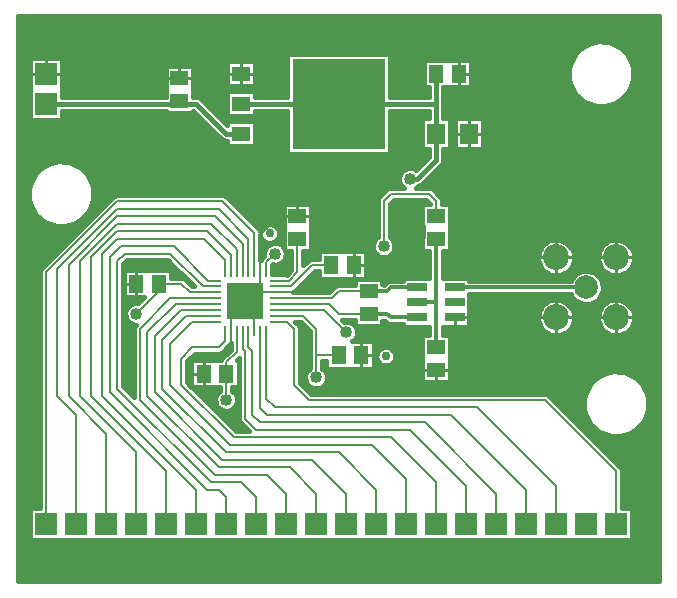
<source format=gbr>
G04 DipTrace 2.3.1.0*
%INTop.gbr*%
%MOIN*%
%ADD14C,0.015*%
%ADD15C,0.008*%
%ADD16C,0.013*%
%ADD17C,0.01*%
%ADD18R,0.0591X0.0512*%
%ADD19R,0.0512X0.0591*%
%ADD20R,0.063X0.0709*%
%ADD22R,0.075X0.075*%
%ADD23C,0.0787*%
%ADD24C,0.0866*%
%ADD25C,0.03*%
%ADD27R,0.065X0.0299*%
%ADD29O,0.038X0.008*%
%ADD30O,0.008X0.038*%
%ADD31R,0.122X0.122*%
%ADD32R,0.06X0.05*%
%ADD33R,0.31X0.3*%
%ADD34C,0.0591*%
%ADD35C,0.04*%
%FSLAX44Y44*%
G04*
G70*
G90*
G75*
G01*
%LNTop*%
%LPD*%
X27000Y17937D2*
D14*
X27250D1*
X27875Y18562D1*
Y19437D1*
Y20437D1*
Y21437D1*
X24625Y20437D2*
X27875D1*
X21375D2*
X24625D1*
X22504Y14149D2*
D15*
X21815D1*
X21520Y13854D1*
X22012Y14838D2*
Y14346D1*
X21520Y13854D1*
X21815Y12870D2*
Y13559D1*
X21520Y13854D1*
X21028Y12870D2*
Y13362D1*
X21520Y13854D1*
X22012Y14838D2*
Y16075D1*
X22375Y16437D1*
X22504Y14149D2*
X24087D1*
X24375Y14437D1*
X24875D1*
X21028Y12870D2*
Y12340D1*
X20625Y11937D1*
X20250D1*
X20125Y11812D1*
Y11439D1*
X20126Y11437D1*
X22504Y13165D2*
X22896D1*
X23125Y12937D1*
Y11062D1*
X23625Y10562D1*
X31500D1*
X33875Y8187D1*
Y6437D1*
X22209Y14838D2*
Y15146D1*
X22500Y15437D1*
X22210Y12874D2*
Y10602D1*
X22500Y10312D1*
X29250D1*
X31875Y7687D1*
Y6437D1*
X22012Y12870D2*
Y10300D1*
X22250Y10062D1*
X28375D1*
X30875Y7562D1*
Y6437D1*
X21618Y12870D2*
Y12318D1*
X21750Y12187D1*
Y10062D1*
X22000Y9812D1*
X27500D1*
X29875Y7437D1*
Y6437D1*
X21421Y12870D2*
Y12265D1*
X21500Y12187D1*
Y9937D1*
X21875Y9562D1*
X27000D1*
X28875Y7687D1*
Y6437D1*
X20831Y12870D2*
Y12518D1*
X20625Y12312D1*
X19750D1*
X19375Y11937D1*
Y11062D1*
X21125Y9312D1*
X26375D1*
X27875Y7812D1*
Y6437D1*
X20536Y13165D2*
X19728D1*
X19000Y12437D1*
Y11062D1*
X21000Y9062D1*
X25750D1*
X26875Y7937D1*
Y6437D1*
X20536Y13362D2*
X19550D1*
X18750Y12562D1*
Y10937D1*
X20875Y8812D1*
X24625D1*
X25875Y7562D1*
Y6437D1*
X24875D2*
Y7437D1*
X23750Y8562D1*
X20750D1*
X18500Y10812D1*
Y12687D1*
X19371Y13559D1*
X20536D1*
Y13756D2*
X19193D1*
X18250Y12812D1*
Y10687D1*
X20625Y8312D1*
X23000D1*
X23875Y7437D1*
Y6437D1*
X20536Y13953D2*
X19015D1*
X18000Y12937D1*
Y10562D1*
X20500Y8062D1*
X22250D1*
X22875Y7437D1*
Y6437D1*
X20536Y14346D2*
X20090D1*
X19000Y15437D1*
X17500D1*
X17250Y15187D1*
Y10937D1*
X20375Y7812D1*
X21375D1*
X21875Y7312D1*
Y6437D1*
X20540Y14544D2*
X20267D1*
X19125Y15687D1*
X17375D1*
X17000Y15312D1*
Y10812D1*
X20250Y7562D1*
X20625D1*
X20875Y7312D1*
Y6437D1*
X20830Y14834D2*
Y15232D1*
X20125Y15937D1*
X17250D1*
X16750Y15437D1*
Y10687D1*
X19875Y7562D1*
Y6437D1*
X21028Y14838D2*
Y15409D1*
X20250Y16187D1*
X17250D1*
X16375Y15312D1*
Y10687D1*
X18875Y8187D1*
Y6437D1*
X21225Y14838D2*
Y15587D1*
X20375Y16437D1*
X17250D1*
X16000Y15187D1*
Y10687D1*
X17875Y8812D1*
Y6437D1*
X21421Y14838D2*
Y15765D1*
X20500Y16687D1*
X17250D1*
X15625Y15062D1*
Y10687D1*
X16875Y9437D1*
Y6437D1*
X21618Y14838D2*
Y15943D1*
X20625Y16937D1*
X17250D1*
X15250Y14937D1*
Y10687D1*
X15875Y10062D1*
Y6437D1*
X21815Y14838D2*
Y16121D1*
X20750Y17187D1*
X17250D1*
X14875Y14812D1*
Y6437D1*
Y20437D2*
D14*
X19212D1*
X19318Y20543D1*
X21375Y19437D2*
X20875D1*
X19875Y20437D1*
X19318D1*
Y20543D1*
X20536Y14149D2*
D15*
X19662D1*
X19375Y14437D1*
X18622D1*
X17875Y13437D2*
X18875Y14437D1*
X18622D1*
X21225Y12870D2*
Y12162D1*
X20875Y11812D1*
Y11437D1*
Y10562D2*
Y11437D1*
X22504Y13362D2*
X23450D1*
X23875Y12937D1*
Y12062D1*
X24625D1*
X23875Y11312D2*
Y12062D1*
X22504Y14543D2*
X22981D1*
X23250Y14812D1*
Y15937D1*
Y15938D1*
X22504Y14346D2*
X23034D1*
X23750Y15062D1*
X24375D1*
X22504Y13953D2*
X24390D1*
X24625Y14187D1*
X25623D1*
X25625Y14185D1*
D16*
X26248D1*
X26375Y14312D1*
X27248D1*
Y13812D2*
X27875D1*
Y15937D1*
Y12312D2*
Y13812D1*
Y16685D2*
D15*
Y17187D1*
X27625Y17437D1*
X26375D1*
X26125Y17187D1*
Y15687D1*
X24875Y12812D2*
X24128Y13559D1*
X22504D1*
X28500Y14312D2*
D16*
X32875D1*
X22504Y13756D2*
D15*
X24306D1*
X24625Y13437D1*
X25625D1*
D16*
X26250D1*
X26375Y13312D1*
X27248D1*
D35*
X27000Y17937D3*
X22500Y15437D3*
X17875Y13437D3*
X20875Y10562D3*
X23875Y11312D3*
X26125Y15687D3*
X24875Y12812D3*
X13965Y23213D2*
D14*
X35285D1*
X13965Y23065D2*
X35285D1*
X13965Y22916D2*
X35285D1*
X13965Y22767D2*
X35285D1*
X13965Y22619D2*
X35285D1*
X13965Y22470D2*
X33058D1*
X33691D2*
X35285D1*
X13965Y22321D2*
X32747D1*
X34002D2*
X35285D1*
X13965Y22173D2*
X32573D1*
X34176D2*
X35285D1*
X13965Y22024D2*
X22898D1*
X26350D2*
X32458D1*
X34291D2*
X35285D1*
X13965Y21875D2*
X14325D1*
X15426D2*
X22898D1*
X26350D2*
X27443D1*
X29055D2*
X32376D1*
X34373D2*
X35285D1*
X13965Y21726D2*
X14325D1*
X15426D2*
X20899D1*
X21850D2*
X22898D1*
X26350D2*
X27443D1*
X29055D2*
X32322D1*
X34427D2*
X35285D1*
X13965Y21578D2*
X14325D1*
X15426D2*
X18848D1*
X19790D2*
X20899D1*
X21850D2*
X22898D1*
X26350D2*
X27443D1*
X29055D2*
X32292D1*
X34457D2*
X35285D1*
X13965Y21429D2*
X14325D1*
X15426D2*
X18848D1*
X19790D2*
X20899D1*
X21850D2*
X22898D1*
X26350D2*
X27443D1*
X29055D2*
X32283D1*
X34466D2*
X35285D1*
X13965Y21280D2*
X14325D1*
X15426D2*
X18848D1*
X19790D2*
X20899D1*
X21850D2*
X22898D1*
X26350D2*
X27443D1*
X29055D2*
X32294D1*
X34455D2*
X35285D1*
X13965Y21132D2*
X14325D1*
X15426D2*
X18848D1*
X19790D2*
X20899D1*
X21850D2*
X22898D1*
X26350D2*
X27443D1*
X29055D2*
X32327D1*
X34422D2*
X35285D1*
X13965Y20983D2*
X14325D1*
X15426D2*
X18848D1*
X19790D2*
X22898D1*
X26350D2*
X27443D1*
X29055D2*
X32383D1*
X34366D2*
X35285D1*
X13965Y20834D2*
X14325D1*
X15426D2*
X18848D1*
X19790D2*
X20899D1*
X21850D2*
X22898D1*
X26350D2*
X27623D1*
X28124D2*
X32468D1*
X34281D2*
X35285D1*
X13965Y20686D2*
X14325D1*
X15426D2*
X18848D1*
X19790D2*
X20899D1*
X21850D2*
X22898D1*
X26350D2*
X27623D1*
X28124D2*
X32590D1*
X34159D2*
X35285D1*
X13965Y20537D2*
X14325D1*
X20123D2*
X20899D1*
X28124D2*
X32770D1*
X33979D2*
X35285D1*
X13965Y20388D2*
X14325D1*
X20273D2*
X20899D1*
X28124D2*
X33117D1*
X33632D2*
X35285D1*
X13965Y20240D2*
X14325D1*
X20420D2*
X20899D1*
X28124D2*
X35285D1*
X13965Y20091D2*
X14325D1*
X15426D2*
X19872D1*
X20570D2*
X20899D1*
X21850D2*
X22898D1*
X26350D2*
X27623D1*
X28124D2*
X35285D1*
X13965Y19942D2*
X14325D1*
X15426D2*
X20020D1*
X20718D2*
X22898D1*
X26350D2*
X27384D1*
X28366D2*
X28486D1*
X29467D2*
X35285D1*
X13965Y19794D2*
X20170D1*
X21850D2*
X22898D1*
X26350D2*
X27384D1*
X28366D2*
X28486D1*
X29467D2*
X35285D1*
X13965Y19645D2*
X20318D1*
X21850D2*
X22898D1*
X26350D2*
X27384D1*
X28366D2*
X28486D1*
X29467D2*
X35285D1*
X13965Y19496D2*
X20468D1*
X21850D2*
X22898D1*
X26350D2*
X27384D1*
X28366D2*
X28486D1*
X29467D2*
X35285D1*
X13965Y19347D2*
X20615D1*
X21850D2*
X22898D1*
X26350D2*
X27384D1*
X28366D2*
X28486D1*
X29467D2*
X35285D1*
X13965Y19199D2*
X20899D1*
X21850D2*
X22898D1*
X26350D2*
X27384D1*
X28366D2*
X28486D1*
X29467D2*
X35285D1*
X13965Y19050D2*
X20899D1*
X21850D2*
X22898D1*
X26350D2*
X27384D1*
X28366D2*
X28486D1*
X29467D2*
X35285D1*
X13965Y18901D2*
X22898D1*
X26350D2*
X27623D1*
X28124D2*
X35285D1*
X13965Y18753D2*
X27623D1*
X28124D2*
X35285D1*
X13965Y18604D2*
X27567D1*
X28124D2*
X35285D1*
X13965Y18455D2*
X15011D1*
X15738D2*
X27419D1*
X28101D2*
X35285D1*
X13965Y18307D2*
X14726D1*
X16023D2*
X27272D1*
X27967D2*
X35285D1*
X13965Y18158D2*
X14561D1*
X16188D2*
X26700D1*
X27820D2*
X35285D1*
X13965Y18009D2*
X14449D1*
X16300D2*
X26632D1*
X27670D2*
X35285D1*
X13965Y17861D2*
X14369D1*
X16380D2*
X26632D1*
X27522D2*
X35285D1*
X13965Y17712D2*
X14320D1*
X16429D2*
X26702D1*
X27334D2*
X35285D1*
X13965Y17563D2*
X14290D1*
X16459D2*
X26201D1*
X27798D2*
X35285D1*
X13965Y17415D2*
X14283D1*
X16466D2*
X26053D1*
X27946D2*
X35285D1*
X13965Y17266D2*
X14297D1*
X16452D2*
X17029D1*
X20969D2*
X25924D1*
X28075D2*
X35285D1*
X13965Y17117D2*
X14332D1*
X16417D2*
X16879D1*
X21119D2*
X25908D1*
X26355D2*
X27644D1*
X28091D2*
X35285D1*
X13965Y16968D2*
X14390D1*
X16359D2*
X16732D1*
X21266D2*
X22779D1*
X23723D2*
X25908D1*
X26341D2*
X27403D1*
X28345D2*
X35285D1*
X13965Y16820D2*
X14477D1*
X16272D2*
X16584D1*
X21416D2*
X22779D1*
X23723D2*
X25908D1*
X26341D2*
X27403D1*
X28345D2*
X35285D1*
X13965Y16671D2*
X14604D1*
X16145D2*
X16434D1*
X21564D2*
X22779D1*
X23723D2*
X25908D1*
X26341D2*
X27403D1*
X28345D2*
X35285D1*
X13965Y16522D2*
X14793D1*
X15956D2*
X16286D1*
X21714D2*
X22779D1*
X23723D2*
X25908D1*
X26341D2*
X27403D1*
X28345D2*
X35285D1*
X13965Y16374D2*
X15194D1*
X15555D2*
X16136D1*
X21862D2*
X22129D1*
X22513D2*
X22779D1*
X23723D2*
X25908D1*
X26341D2*
X27403D1*
X28345D2*
X35285D1*
X13965Y16225D2*
X15989D1*
X22628D2*
X22779D1*
X23723D2*
X25908D1*
X26341D2*
X27403D1*
X28345D2*
X35285D1*
X13965Y16076D2*
X15839D1*
X22645D2*
X22779D1*
X23723D2*
X25908D1*
X26341D2*
X27403D1*
X28345D2*
X35285D1*
X13965Y15928D2*
X15691D1*
X22581D2*
X22779D1*
X23723D2*
X25840D1*
X26409D2*
X27403D1*
X28345D2*
X35285D1*
X13965Y15779D2*
X15543D1*
X22031D2*
X22368D1*
X22631D2*
X22779D1*
X23723D2*
X25760D1*
X26488D2*
X27403D1*
X28345D2*
X31493D1*
X32256D2*
X33492D1*
X34256D2*
X35285D1*
X13965Y15630D2*
X15393D1*
X22031D2*
X22179D1*
X23723D2*
X25753D1*
X26495D2*
X27403D1*
X28345D2*
X31359D1*
X32390D2*
X33358D1*
X34391D2*
X35285D1*
X13965Y15482D2*
X15246D1*
X22031D2*
X22127D1*
X22872D2*
X23034D1*
X23465D2*
X23943D1*
X25553D2*
X25814D1*
X26437D2*
X27633D1*
X28115D2*
X31291D1*
X32458D2*
X33290D1*
X34459D2*
X35285D1*
X13965Y15333D2*
X15096D1*
X22860D2*
X23034D1*
X23465D2*
X23943D1*
X25553D2*
X26041D1*
X26209D2*
X27633D1*
X28115D2*
X31265D1*
X32484D2*
X33267D1*
X34483D2*
X35285D1*
X13965Y15184D2*
X14948D1*
X17545D2*
X18954D1*
X22771D2*
X23034D1*
X23465D2*
X23573D1*
X25553D2*
X27633D1*
X28115D2*
X31279D1*
X32470D2*
X33279D1*
X34469D2*
X35285D1*
X13965Y15036D2*
X14798D1*
X17465D2*
X19101D1*
X22429D2*
X23034D1*
X25553D2*
X27633D1*
X28115D2*
X31333D1*
X32416D2*
X33335D1*
X34415D2*
X35285D1*
X13965Y14887D2*
X14674D1*
X19054D2*
X19251D1*
X22429D2*
X23025D1*
X25553D2*
X27633D1*
X28115D2*
X31446D1*
X32303D2*
X33445D1*
X34305D2*
X35285D1*
X13965Y14738D2*
X14658D1*
X19054D2*
X19399D1*
X23725D2*
X23943D1*
X25553D2*
X27633D1*
X28115D2*
X31706D1*
X32043D2*
X32505D1*
X33245D2*
X33708D1*
X34042D2*
X35285D1*
X13965Y14589D2*
X14658D1*
X23575D2*
X25153D1*
X26095D2*
X26747D1*
X29001D2*
X32379D1*
X33370D2*
X35285D1*
X13965Y14441D2*
X14658D1*
X23427D2*
X25153D1*
X33428D2*
X35285D1*
X13965Y14292D2*
X14658D1*
X23280D2*
X24431D1*
X33445D2*
X35285D1*
X13965Y14143D2*
X14658D1*
X33419D2*
X35285D1*
X13965Y13995D2*
X14658D1*
X29001D2*
X32404D1*
X33344D2*
X35285D1*
X13965Y13846D2*
X14658D1*
X17465D2*
X17983D1*
X29001D2*
X31601D1*
X32148D2*
X32559D1*
X33189D2*
X33600D1*
X34150D2*
X35285D1*
X13965Y13697D2*
X14658D1*
X17465D2*
X17611D1*
X29001D2*
X31408D1*
X32341D2*
X33408D1*
X34342D2*
X35285D1*
X13965Y13549D2*
X14658D1*
X29001D2*
X31315D1*
X32434D2*
X33314D1*
X34434D2*
X35285D1*
X13965Y13400D2*
X14658D1*
X29001D2*
X31272D1*
X32477D2*
X33272D1*
X34476D2*
X35285D1*
X13965Y13251D2*
X14658D1*
X17465D2*
X17550D1*
X29001D2*
X31268D1*
X32481D2*
X33269D1*
X34481D2*
X35285D1*
X13965Y13103D2*
X14658D1*
X17465D2*
X17723D1*
X23259D2*
X23409D1*
X26095D2*
X26276D1*
X29001D2*
X31303D1*
X32446D2*
X33304D1*
X34445D2*
X35285D1*
X13965Y12954D2*
X14658D1*
X17465D2*
X17784D1*
X23341D2*
X23559D1*
X25220D2*
X27633D1*
X28115D2*
X31385D1*
X32364D2*
X33386D1*
X34363D2*
X35285D1*
X13965Y12805D2*
X14658D1*
X17465D2*
X17784D1*
X23341D2*
X23658D1*
X25251D2*
X27633D1*
X28115D2*
X31549D1*
X32200D2*
X33551D1*
X34199D2*
X35285D1*
X13965Y12656D2*
X14658D1*
X17465D2*
X17784D1*
X23341D2*
X23658D1*
X25216D2*
X27403D1*
X28345D2*
X35285D1*
X13965Y12508D2*
X14658D1*
X17465D2*
X17784D1*
X23341D2*
X23658D1*
X25804D2*
X27403D1*
X28345D2*
X35285D1*
X13965Y12359D2*
X14658D1*
X17465D2*
X17784D1*
X23341D2*
X23658D1*
X25804D2*
X27403D1*
X28345D2*
X35285D1*
X13965Y12210D2*
X14658D1*
X17465D2*
X17784D1*
X20821D2*
X20974D1*
X23341D2*
X23658D1*
X25804D2*
X25931D1*
X26453D2*
X27403D1*
X28345D2*
X35285D1*
X13965Y12062D2*
X14658D1*
X17465D2*
X17784D1*
X19799D2*
X20826D1*
X23341D2*
X23658D1*
X26514D2*
X27403D1*
X28345D2*
X35285D1*
X13965Y11913D2*
X14658D1*
X17465D2*
X17784D1*
X19649D2*
X20686D1*
X23341D2*
X23658D1*
X25804D2*
X25884D1*
X26498D2*
X27403D1*
X28345D2*
X35285D1*
X13965Y11764D2*
X14658D1*
X17465D2*
X17784D1*
X19591D2*
X19693D1*
X23341D2*
X23658D1*
X24091D2*
X24193D1*
X25804D2*
X25999D1*
X26383D2*
X27403D1*
X28345D2*
X35285D1*
X13965Y11616D2*
X14658D1*
X17465D2*
X17784D1*
X19591D2*
X19693D1*
X23341D2*
X23658D1*
X24091D2*
X24193D1*
X25804D2*
X27403D1*
X28345D2*
X35285D1*
X13965Y11467D2*
X14658D1*
X17465D2*
X17784D1*
X19591D2*
X19693D1*
X23341D2*
X23533D1*
X24215D2*
X27403D1*
X28345D2*
X33548D1*
X34202D2*
X35285D1*
X13965Y11318D2*
X14658D1*
X17465D2*
X17784D1*
X19591D2*
X19693D1*
X23341D2*
X23498D1*
X24250D2*
X27403D1*
X28345D2*
X33241D1*
X34506D2*
X35285D1*
X13965Y11170D2*
X14658D1*
X17465D2*
X17784D1*
X19591D2*
X19693D1*
X23341D2*
X23529D1*
X24222D2*
X27403D1*
X28345D2*
X33070D1*
X34677D2*
X35285D1*
X13965Y11021D2*
X14658D1*
X17465D2*
X17784D1*
X23465D2*
X23646D1*
X24102D2*
X32955D1*
X34795D2*
X35285D1*
X13965Y10872D2*
X14658D1*
X17613D2*
X17784D1*
X19863D2*
X20658D1*
X21091D2*
X21283D1*
X23613D2*
X32876D1*
X34874D2*
X35285D1*
X13965Y10724D2*
X14658D1*
X20013D2*
X20536D1*
X31633D2*
X32822D1*
X34926D2*
X35285D1*
X13965Y10575D2*
X14658D1*
X20160D2*
X20498D1*
X31785D2*
X32791D1*
X34956D2*
X35285D1*
X13965Y10426D2*
X14658D1*
X20310D2*
X20526D1*
X31935D2*
X32784D1*
X34966D2*
X35285D1*
X13965Y10277D2*
X14658D1*
X20458D2*
X20636D1*
X21112D2*
X21283D1*
X32083D2*
X32796D1*
X34954D2*
X35285D1*
X13965Y10129D2*
X14658D1*
X20608D2*
X21283D1*
X32233D2*
X32829D1*
X34921D2*
X35285D1*
X13965Y9980D2*
X14658D1*
X20756D2*
X21283D1*
X32381D2*
X32885D1*
X34865D2*
X35285D1*
X13965Y9831D2*
X14658D1*
X20903D2*
X21314D1*
X32528D2*
X32969D1*
X34778D2*
X35285D1*
X13965Y9683D2*
X14658D1*
X21053D2*
X21454D1*
X32678D2*
X33091D1*
X34656D2*
X35285D1*
X13965Y9534D2*
X14658D1*
X21201D2*
X21604D1*
X32826D2*
X33274D1*
X34476D2*
X35285D1*
X13965Y9385D2*
X14658D1*
X32976D2*
X33630D1*
X34117D2*
X35285D1*
X13965Y9237D2*
X14658D1*
X33123D2*
X35285D1*
X13965Y9088D2*
X14658D1*
X33273D2*
X35285D1*
X13965Y8939D2*
X14658D1*
X33421D2*
X35285D1*
X13965Y8791D2*
X14658D1*
X33569D2*
X35285D1*
X13965Y8642D2*
X14658D1*
X33719D2*
X35285D1*
X13965Y8493D2*
X14658D1*
X33866D2*
X35285D1*
X13965Y8345D2*
X14658D1*
X34016D2*
X35285D1*
X13965Y8196D2*
X14658D1*
X34089D2*
X35285D1*
X13965Y8047D2*
X14658D1*
X34091D2*
X35285D1*
X13965Y7898D2*
X14658D1*
X34091D2*
X35285D1*
X13965Y7750D2*
X14658D1*
X34091D2*
X35285D1*
X13965Y7601D2*
X14658D1*
X34091D2*
X35285D1*
X13965Y7452D2*
X14658D1*
X34091D2*
X35285D1*
X13965Y7304D2*
X14658D1*
X34091D2*
X35285D1*
X13965Y7155D2*
X14658D1*
X34091D2*
X35285D1*
X13965Y7006D2*
X14658D1*
X34091D2*
X35285D1*
X13965Y6858D2*
X14325D1*
X34424D2*
X35285D1*
X13965Y6709D2*
X14325D1*
X34424D2*
X35285D1*
X13965Y6560D2*
X14325D1*
X34424D2*
X35285D1*
X13965Y6412D2*
X14325D1*
X34424D2*
X35285D1*
X13965Y6263D2*
X14325D1*
X34424D2*
X35285D1*
X13965Y6114D2*
X14325D1*
X34424D2*
X35285D1*
X13965Y5966D2*
X14325D1*
X34424D2*
X35285D1*
X13965Y5817D2*
X35285D1*
X13965Y5668D2*
X35285D1*
X13965Y5519D2*
X35285D1*
X13965Y5371D2*
X35285D1*
X13965Y5222D2*
X35285D1*
X13965Y5073D2*
X35285D1*
X13965Y4925D2*
X35285D1*
X13965Y4776D2*
X35285D1*
X13965Y4627D2*
X35285D1*
X19774Y20960D2*
X19775Y20672D1*
X19875Y20673D1*
X19948Y20661D1*
X20016Y20625D1*
X20200Y20445D1*
X20915Y19731D1*
X20914Y19848D1*
X21836D1*
Y19026D1*
X20914D1*
Y19202D1*
X20875Y19201D1*
X20801Y19213D1*
X20733Y19249D1*
X20549Y19429D1*
X19778Y20200D1*
X19775Y20126D1*
X18862D1*
Y20199D1*
X18537Y20201D1*
X15408D1*
X15411Y19901D1*
X14339D1*
X14341Y20973D1*
X14339Y21021D1*
Y21973D1*
X15411D1*
Y20671D1*
X15850Y20673D1*
X18861D1*
X18864Y20960D1*
X18862Y21009D1*
Y21708D1*
X19775D1*
X19774Y20874D1*
X27533Y21893D2*
X28291Y21891D1*
X28341Y21893D1*
X29039D1*
Y20981D1*
X28111D1*
Y19952D1*
X28350D1*
Y18922D1*
X28109D1*
X28111Y18562D1*
X28099Y18488D1*
X28063Y18420D1*
X27882Y18236D1*
X27416Y17770D1*
X27356Y17726D1*
X27282Y17704D1*
X27313Y17710D1*
X27243Y17670D1*
X27200Y17638D1*
X27625D1*
X27698Y17624D1*
X27767Y17579D1*
X28017Y17329D1*
X28059Y17268D1*
X28076Y17187D1*
Y17100D1*
X28331Y17102D1*
X28328Y16268D1*
X28331Y16204D1*
Y15520D1*
X28099D1*
X28100Y14962D1*
Y14622D1*
X28985Y14623D1*
Y14536D1*
X29400Y14538D1*
X32369D1*
X32390Y14582D1*
X32431Y14645D1*
X32480Y14702D1*
X32536Y14752D1*
X32598Y14793D1*
X32666Y14826D1*
X32737Y14849D1*
X32811Y14863D1*
X32886Y14867D1*
X32960Y14860D1*
X33033Y14844D1*
X33103Y14817D1*
X33169Y14782D1*
X33230Y14738D1*
X33284Y14686D1*
X33331Y14627D1*
X33369Y14563D1*
X33399Y14494D1*
X33418Y14422D1*
X33429Y14312D1*
X33424Y14237D1*
X33409Y14164D1*
X33384Y14093D1*
X33350Y14026D1*
X33307Y13965D1*
X33256Y13910D1*
X33199Y13862D1*
X33135Y13822D1*
X33067Y13792D1*
X32995Y13771D1*
X32921Y13759D1*
X32846Y13758D1*
X32771Y13767D1*
X32699Y13786D1*
X32630Y13814D1*
X32565Y13852D1*
X32506Y13898D1*
X32453Y13951D1*
X32408Y14011D1*
X32368Y14088D1*
X32050Y14086D1*
X28986D1*
X28985Y13501D1*
Y13001D1*
X28101D1*
X28100Y12727D1*
X28331Y12729D1*
X28328Y11895D1*
X28331Y11846D1*
Y11147D1*
X27418D1*
Y12729D1*
X27650D1*
X27649Y13003D1*
X27058Y13001D1*
X26762D1*
Y13088D1*
X26375Y13086D1*
X26301Y13098D1*
X26241Y13130D1*
X26157Y13210D1*
X26078Y13211D1*
X26081Y13020D1*
X25169D1*
X25197Y12974D1*
X25224Y12904D1*
X25236Y12812D1*
X25228Y12738D1*
X25205Y12666D1*
X25168Y12601D1*
X25118Y12545D1*
X25082Y12519D1*
X25789Y12518D1*
Y11606D1*
X24208D1*
Y11861D1*
X24074D1*
X24076Y11610D1*
X24104Y11591D1*
X24157Y11537D1*
X24197Y11474D1*
X24224Y11404D1*
X24236Y11312D1*
X24228Y11238D1*
X24205Y11166D1*
X24168Y11101D1*
X24118Y11045D1*
X24058Y11001D1*
X23990Y10970D1*
X23916Y10953D1*
X23842D1*
X23768Y10967D1*
X23699Y10996D1*
X23638Y11039D1*
X23587Y11094D1*
X23548Y11158D1*
X23523Y11229D1*
X23514Y11303D1*
X23520Y11378D1*
X23541Y11449D1*
X23576Y11515D1*
X23624Y11572D1*
X23674Y11612D1*
Y12852D1*
X23366Y13161D1*
X23185D1*
X23267Y13079D1*
X23309Y13018D1*
X23326Y12937D1*
Y11144D1*
X23709Y10762D1*
X25275Y10763D1*
X31500D1*
X31573Y10749D1*
X31642Y10704D1*
X34017Y8329D1*
X34059Y8268D1*
X34076Y8187D1*
Y6971D1*
X34239Y6973D1*
X34411D1*
Y5901D1*
X33339Y5903D1*
X33186Y5901D1*
X32339Y5903D1*
X32186Y5901D1*
X31339Y5903D1*
X31186Y5901D1*
X30339Y5903D1*
X30186Y5901D1*
X29339Y5903D1*
X29186Y5901D1*
X28339Y5903D1*
X28186Y5901D1*
X27339Y5903D1*
X27186Y5901D1*
X26339Y5903D1*
X26186Y5901D1*
X25339Y5903D1*
X25186Y5901D1*
X24339Y5903D1*
X24186Y5901D1*
X23339Y5903D1*
X23186Y5901D1*
X22339Y5903D1*
X22186Y5901D1*
X21339Y5903D1*
X21186Y5901D1*
X20339Y5903D1*
X20186Y5901D1*
X19339Y5903D1*
X19186Y5901D1*
X18339Y5903D1*
X18186Y5901D1*
X17339Y5903D1*
X17186Y5901D1*
X16339Y5903D1*
X16186Y5901D1*
X15339Y5903D1*
X15186Y5901D1*
X14339D1*
Y6973D1*
X14674D1*
Y14812D1*
X14687Y14885D1*
X14732Y14954D1*
X17107Y17329D1*
X17169Y17371D1*
X17250Y17388D1*
X20750D1*
X20823Y17374D1*
X20892Y17329D1*
X21957Y16263D1*
X22000Y16200D1*
X22019Y16191D1*
X22045Y16261D1*
X22087Y16323D1*
X22142Y16373D1*
X22208Y16409D1*
X22281Y16427D1*
X22356Y16428D1*
X22428Y16411D1*
X22495Y16377D1*
X22552Y16328D1*
X22595Y16267D1*
X22622Y16197D1*
X22632Y16119D1*
X22623Y16045D1*
X22597Y15975D1*
X22554Y15913D1*
X22498Y15863D1*
X22432Y15828D1*
X22360Y15810D1*
X22285D1*
X22212Y15828D1*
X22146Y15862D1*
X22089Y15911D1*
X22047Y15973D1*
X22020Y16043D1*
X22016Y16073D1*
Y15224D1*
X22021Y15222D1*
X22067Y15288D1*
X22145Y15366D1*
X22139Y15428D1*
X22145Y15503D1*
X22166Y15574D1*
X22201Y15640D1*
X22249Y15697D1*
X22309Y15743D1*
X22376Y15776D1*
X22449Y15794D1*
X22523Y15797D1*
X22597Y15785D1*
X22667Y15757D1*
X22729Y15716D1*
X22782Y15662D1*
X22796Y15641D1*
X22794Y16355D1*
Y17103D1*
X23707D1*
Y15521D1*
X23451D1*
Y15049D1*
X23607Y15204D1*
X23669Y15246D1*
X23750Y15263D1*
X23958D1*
Y15518D1*
X24791Y15516D1*
X24841Y15518D1*
X25539D1*
Y14606D1*
X23958D1*
Y14861D1*
X23833D1*
X23176Y14204D1*
X23104Y14154D1*
X24306D1*
X24482Y14329D1*
X24544Y14371D1*
X24625Y14388D1*
X25171D1*
X25168Y14602D1*
X26081D1*
Y14412D1*
X26152Y14411D1*
X26215Y14472D1*
X26276Y14515D1*
X26340Y14535D1*
X26600Y14538D1*
X26761D1*
X26762Y14623D1*
X27650D1*
X27649Y15237D1*
Y15521D1*
X27418Y15520D1*
X27421Y16354D1*
X27418Y16418D1*
Y17102D1*
X27674D1*
X27542Y17235D1*
X26460Y17236D1*
X26326Y17104D1*
Y15985D1*
X26354Y15966D1*
X26407Y15912D1*
X26447Y15849D1*
X26474Y15779D1*
X26486Y15687D1*
X26478Y15613D1*
X26455Y15541D1*
X26418Y15476D1*
X26368Y15420D1*
X26308Y15376D1*
X26240Y15345D1*
X26166Y15328D1*
X26092D1*
X26018Y15342D1*
X25949Y15371D1*
X25888Y15414D1*
X25837Y15469D1*
X25798Y15533D1*
X25773Y15604D1*
X25764Y15678D1*
X25770Y15753D1*
X25791Y15824D1*
X25826Y15890D1*
X25874Y15947D1*
X25924Y15987D1*
Y17187D1*
X25937Y17260D1*
X25982Y17329D1*
X26232Y17579D1*
X26294Y17621D1*
X26375Y17638D1*
X26799D1*
X26763Y17664D1*
X26712Y17719D1*
X26673Y17783D1*
X26648Y17854D1*
X26639Y17928D1*
X26645Y18003D1*
X26666Y18074D1*
X26701Y18140D1*
X26749Y18197D1*
X26809Y18243D1*
X26876Y18276D1*
X26949Y18294D1*
X27023Y18297D1*
X27097Y18285D1*
X27167Y18257D1*
X27208Y18230D1*
X27638Y18659D1*
X27639Y18921D1*
X27399Y18922D1*
Y19952D1*
X27640D1*
X27639Y20203D1*
X27200Y20201D1*
X26335D1*
X26336Y18776D1*
X22914D1*
Y20203D1*
X22750Y20201D1*
X21833D1*
X21836Y20026D1*
X20914D1*
Y20848D1*
X21836D1*
Y20672D1*
X22914Y20673D1*
Y22098D1*
X26336D1*
Y20671D1*
X26500Y20673D1*
X27641D1*
X27639Y20983D1*
X27458Y20981D1*
Y21893D1*
X27533D1*
X28516Y19952D2*
X29453D1*
Y18922D1*
X28501D1*
Y19952D1*
X28516D1*
X18281Y14893D2*
X19039D1*
Y14638D1*
X19375D1*
X19448Y14624D1*
X19517Y14579D1*
X19747Y14349D1*
X19789Y14363D1*
X18916Y15237D1*
X17582Y15236D1*
X17451Y15104D1*
Y11022D1*
X17798Y10673D1*
X17799Y12937D1*
X17812Y13010D1*
X17854Y13075D1*
X17768Y13092D1*
X17699Y13121D1*
X17638Y13164D1*
X17587Y13219D1*
X17548Y13283D1*
X17523Y13354D1*
X17514Y13428D1*
X17520Y13503D1*
X17541Y13574D1*
X17576Y13640D1*
X17624Y13697D1*
X17684Y13743D1*
X17751Y13776D1*
X17824Y13794D1*
X17898Y13797D1*
X17945Y13791D1*
X18135Y13982D1*
X17676Y13981D1*
X17457D1*
Y14893D1*
X18281D1*
X20533Y11893D2*
X20690D1*
X20732Y11954D1*
X21022Y12244D1*
X21024Y12460D1*
X20977Y12381D1*
X20767Y12170D1*
X20705Y12128D1*
X20625Y12111D1*
X19835D1*
X19575Y11853D1*
X19576Y11147D1*
X19711Y11010D1*
X19710Y11893D1*
X20533D1*
X21238D2*
X21291D1*
Y10981D1*
X21073D1*
X21076Y10863D1*
X21157Y10787D1*
X21197Y10724D1*
X21224Y10654D1*
X21236Y10562D1*
X21228Y10488D1*
X21205Y10416D1*
X21168Y10351D1*
X21118Y10295D1*
X21058Y10251D1*
X20990Y10220D1*
X20916Y10203D1*
X20842D1*
X20768Y10217D1*
X20699Y10246D1*
X20638Y10289D1*
X20587Y10344D1*
X20548Y10408D1*
X20523Y10479D1*
X20514Y10553D1*
X20520Y10628D1*
X20541Y10699D1*
X20576Y10765D1*
X20624Y10822D1*
X20674Y10862D1*
Y10982D1*
X20458Y10983D1*
X20408Y10981D1*
X19739D1*
X21209Y9512D1*
X21638Y9513D1*
X21357Y9795D1*
X21315Y9856D1*
X21299Y9937D1*
Y11950D1*
X21239Y11892D1*
X34448Y21362D2*
X34427Y21214D1*
X34386Y21070D1*
X34325Y20933D1*
X34246Y20805D1*
X34150Y20690D1*
X34039Y20590D1*
X33914Y20506D1*
X33780Y20440D1*
X33637Y20393D1*
X33490Y20367D1*
X33340Y20361D1*
X33191Y20376D1*
X33046Y20412D1*
X32906Y20468D1*
X32776Y20542D1*
X32658Y20634D1*
X32553Y20741D1*
X32465Y20862D1*
X32393Y20994D1*
X32341Y21135D1*
X32310Y21281D1*
X32298Y21431D1*
X32308Y21580D1*
X32338Y21727D1*
X32388Y21868D1*
X32458Y22001D1*
X32545Y22123D1*
X32648Y22231D1*
X32766Y22325D1*
X32895Y22401D1*
X33033Y22458D1*
X33179Y22495D1*
X33328Y22512D1*
X33477Y22508D1*
X33625Y22484D1*
X33768Y22439D1*
X33903Y22374D1*
X34029Y22292D1*
X34141Y22193D1*
X34239Y22079D1*
X34319Y21953D1*
X34382Y21816D1*
X34425Y21673D1*
X34447Y21525D1*
X34448Y21362D1*
X16448Y17362D2*
X16427Y17214D1*
X16386Y17070D1*
X16325Y16933D1*
X16246Y16805D1*
X16150Y16690D1*
X16039Y16590D1*
X15914Y16506D1*
X15780Y16440D1*
X15637Y16393D1*
X15490Y16367D1*
X15340Y16361D1*
X15191Y16376D1*
X15046Y16412D1*
X14906Y16468D1*
X14776Y16542D1*
X14658Y16634D1*
X14553Y16741D1*
X14465Y16862D1*
X14393Y16994D1*
X14341Y17135D1*
X14310Y17281D1*
X14298Y17431D1*
X14308Y17580D1*
X14338Y17727D1*
X14388Y17868D1*
X14458Y18001D1*
X14545Y18123D1*
X14648Y18231D1*
X14766Y18325D1*
X14895Y18401D1*
X15033Y18458D1*
X15179Y18495D1*
X15328Y18512D1*
X15477Y18508D1*
X15625Y18484D1*
X15768Y18439D1*
X15903Y18374D1*
X16029Y18292D1*
X16141Y18193D1*
X16239Y18079D1*
X16319Y17953D1*
X16382Y17816D1*
X16425Y17673D1*
X16447Y17525D1*
X16448Y17362D1*
X34948Y10362D2*
X34927Y10214D1*
X34886Y10070D1*
X34825Y9933D1*
X34746Y9805D1*
X34650Y9690D1*
X34539Y9590D1*
X34414Y9506D1*
X34280Y9440D1*
X34137Y9393D1*
X33990Y9367D1*
X33840Y9361D1*
X33691Y9376D1*
X33546Y9412D1*
X33406Y9468D1*
X33276Y9542D1*
X33158Y9634D1*
X33053Y9741D1*
X32965Y9862D1*
X32893Y9994D1*
X32841Y10135D1*
X32810Y10281D1*
X32798Y10431D1*
X32808Y10580D1*
X32838Y10727D1*
X32888Y10868D1*
X32958Y11001D1*
X33045Y11123D1*
X33148Y11231D1*
X33266Y11325D1*
X33395Y11401D1*
X33533Y11458D1*
X33679Y11495D1*
X33828Y11512D1*
X33977Y11508D1*
X34125Y11484D1*
X34268Y11439D1*
X34403Y11374D1*
X34529Y11292D1*
X34641Y11193D1*
X34739Y11079D1*
X34819Y10953D1*
X34882Y10816D1*
X34925Y10673D1*
X34947Y10525D1*
X34948Y10362D1*
X34468Y13297D2*
X34459Y13208D1*
X34437Y13120D1*
X34402Y13038D1*
X34354Y12961D1*
X34296Y12893D1*
X34228Y12834D1*
X34151Y12786D1*
X34069Y12751D1*
X33982Y12728D1*
X33893Y12718D1*
X33803Y12722D1*
X33715Y12740D1*
X33630Y12771D1*
X33551Y12814D1*
X33480Y12868D1*
X33417Y12933D1*
X33365Y13006D1*
X33325Y13086D1*
X33297Y13172D1*
X33283Y13261D1*
X33282Y13351D1*
X33294Y13440D1*
X33320Y13526D1*
X33359Y13607D1*
X33409Y13681D1*
X33470Y13747D1*
X33541Y13803D1*
X33619Y13848D1*
X33703Y13881D1*
X33790Y13900D1*
X33880Y13906D1*
X33970Y13898D1*
X34057Y13877D1*
X34140Y13843D1*
X34217Y13797D1*
X34287Y13740D1*
X34347Y13673D1*
X34396Y13597D1*
X34433Y13515D1*
X34457Y13429D1*
X34468Y13340D1*
Y13297D1*
Y15297D2*
X34459Y15208D1*
X34437Y15120D1*
X34402Y15038D1*
X34354Y14961D1*
X34296Y14893D1*
X34228Y14834D1*
X34151Y14786D1*
X34069Y14751D1*
X33982Y14728D1*
X33893Y14718D1*
X33803Y14722D1*
X33715Y14740D1*
X33630Y14771D1*
X33551Y14814D1*
X33480Y14868D1*
X33417Y14933D1*
X33365Y15006D1*
X33325Y15086D1*
X33297Y15172D1*
X33283Y15261D1*
X33282Y15351D1*
X33294Y15440D1*
X33320Y15526D1*
X33359Y15607D1*
X33409Y15681D1*
X33470Y15747D1*
X33541Y15803D1*
X33619Y15848D1*
X33703Y15881D1*
X33790Y15900D1*
X33880Y15906D1*
X33970Y15898D1*
X34057Y15877D1*
X34140Y15843D1*
X34217Y15797D1*
X34287Y15740D1*
X34347Y15673D1*
X34396Y15597D1*
X34433Y15515D1*
X34457Y15429D1*
X34468Y15340D1*
Y15297D1*
X32468D2*
X32459Y15208D1*
X32437Y15120D1*
X32402Y15038D1*
X32354Y14961D1*
X32296Y14893D1*
X32228Y14834D1*
X32151Y14786D1*
X32069Y14751D1*
X31982Y14728D1*
X31893Y14718D1*
X31803Y14722D1*
X31715Y14740D1*
X31630Y14771D1*
X31551Y14814D1*
X31480Y14868D1*
X31417Y14933D1*
X31365Y15006D1*
X31325Y15086D1*
X31297Y15172D1*
X31283Y15261D1*
X31282Y15351D1*
X31294Y15440D1*
X31320Y15526D1*
X31359Y15607D1*
X31409Y15681D1*
X31470Y15747D1*
X31541Y15803D1*
X31619Y15848D1*
X31703Y15881D1*
X31790Y15900D1*
X31880Y15906D1*
X31970Y15898D1*
X32057Y15877D1*
X32140Y15843D1*
X32217Y15797D1*
X32287Y15740D1*
X32347Y15673D1*
X32396Y15597D1*
X32433Y15515D1*
X32457Y15429D1*
X32468Y15340D1*
Y15297D1*
Y13297D2*
X32459Y13208D1*
X32437Y13120D1*
X32402Y13038D1*
X32354Y12961D1*
X32296Y12893D1*
X32228Y12834D1*
X32151Y12786D1*
X32069Y12751D1*
X31982Y12728D1*
X31893Y12718D1*
X31803Y12722D1*
X31715Y12740D1*
X31630Y12771D1*
X31551Y12814D1*
X31480Y12868D1*
X31417Y12933D1*
X31365Y13006D1*
X31325Y13086D1*
X31297Y13172D1*
X31283Y13261D1*
X31282Y13351D1*
X31294Y13440D1*
X31320Y13526D1*
X31359Y13607D1*
X31409Y13681D1*
X31470Y13747D1*
X31541Y13803D1*
X31619Y13848D1*
X31703Y13881D1*
X31790Y13900D1*
X31880Y13906D1*
X31970Y13898D1*
X32057Y13877D1*
X32140Y13843D1*
X32217Y13797D1*
X32287Y13740D1*
X32347Y13673D1*
X32396Y13597D1*
X32433Y13515D1*
X32457Y13429D1*
X32468Y13340D1*
Y13297D1*
X26493Y11946D2*
X26467Y11876D1*
X26424Y11815D1*
X26368Y11765D1*
X26302Y11730D1*
X26230Y11712D1*
X26155D1*
X26082Y11729D1*
X26016Y11764D1*
X25959Y11813D1*
X25917Y11874D1*
X25890Y11944D1*
X25880Y12018D1*
X25889Y12093D1*
X25915Y12163D1*
X25957Y12225D1*
X26012Y12275D1*
X26078Y12310D1*
X26151Y12329D1*
X26226Y12330D1*
X26298Y12312D1*
X26365Y12278D1*
X26422Y12229D1*
X26465Y12168D1*
X26492Y12099D1*
X26502Y12020D1*
X26493Y11946D1*
X23048Y15521D2*
X22851D1*
X22861Y15437D1*
X22853Y15363D1*
X22830Y15291D1*
X22793Y15226D1*
X22743Y15170D1*
X22683Y15126D1*
X22615Y15095D1*
X22541Y15078D1*
X22467D1*
X22430Y15083D1*
X22415Y15068D1*
X22418Y14749D1*
X22890D1*
Y14742D1*
X23049Y14896D1*
Y15522D1*
X25168Y13022D2*
Y13238D1*
X24736Y13236D1*
X24805Y13166D1*
X24898Y13172D1*
X24972Y13160D1*
X25042Y13132D1*
X25104Y13091D1*
X25157Y13037D1*
X20929Y21848D2*
X21836D1*
Y21026D1*
X20914D1*
Y21848D1*
X20929D1*
X35225Y23362D2*
X13950D1*
Y4512D1*
X35300D1*
Y23362D1*
X35225D1*
X19318Y21708D2*
D17*
Y21291D1*
X18862D2*
X19774D1*
X28623Y21893D2*
Y20981D1*
Y21437D2*
X29039D1*
X28977Y19952D2*
Y18922D1*
X28501Y19437D2*
X29453D1*
X25123Y15518D2*
Y14606D1*
Y15062D2*
X25539D1*
X25373Y12518D2*
Y11606D1*
Y12062D2*
X25789D1*
X17874Y14893D2*
Y13981D1*
X17458Y14437D2*
X17874D1*
X20126Y11893D2*
Y10981D1*
X19710Y11437D2*
X20126D1*
X14875Y21973D2*
Y21437D1*
X14339D2*
X15410D1*
X33875Y13906D2*
Y12718D1*
X33281Y13312D2*
X34468D1*
X33875Y15906D2*
Y14718D1*
X33281Y15312D2*
X34468D1*
X31875Y15906D2*
Y14718D1*
X31281Y15312D2*
X32468D1*
X31875Y13906D2*
Y12718D1*
X31281Y13312D2*
X32468D1*
X23250Y17103D2*
Y16686D1*
X22795D2*
X23706D1*
X27875Y11564D2*
Y11147D1*
X27419Y11564D2*
X28330D1*
X28500Y13312D2*
Y13002D1*
Y13312D2*
X28985D1*
X21375Y21848D2*
Y21026D1*
X20914Y21437D2*
X21835D1*
D18*
X19318Y20543D3*
Y21291D3*
D19*
X27875Y21437D3*
X28623D3*
D20*
X27875Y19437D3*
X28977D3*
D19*
X24375Y15062D3*
X25123D3*
X24625Y12062D3*
X25373D3*
X18622Y14437D3*
X17874D3*
X20875Y11437D3*
X20126D3*
D22*
X33875Y6437D3*
X32875D3*
X31875D3*
X30875D3*
X29875D3*
X28875D3*
X27875D3*
X26875D3*
X25875D3*
X24875D3*
X23875D3*
X22875D3*
X21875D3*
X20875D3*
X19875D3*
X18875D3*
X17875D3*
X16875D3*
X15875D3*
X14875D3*
Y20437D3*
Y21437D3*
D23*
X32875Y14312D3*
D24*
X33875Y13312D3*
Y15312D3*
X31875D3*
Y13312D3*
D25*
X17625Y11562D3*
X17875Y15062D3*
X18750D3*
X21250Y9687D3*
X20250Y10687D3*
X20140Y11999D3*
X22321Y16119D3*
X26191Y12020D3*
X14375Y4937D3*
X34875Y14937D3*
Y4937D3*
Y22937D3*
X14375D3*
X24375Y4937D3*
Y22937D3*
X14375Y14937D3*
D18*
X23250Y15938D3*
Y16686D3*
X25625Y13437D3*
Y14185D3*
X27875Y15937D3*
Y16685D3*
Y12312D3*
Y11564D3*
D27*
X28500Y13312D3*
Y13812D3*
Y14312D3*
X27248D3*
Y13812D3*
Y13312D3*
D29*
X20540Y14544D3*
X20536Y14346D3*
Y14149D3*
Y13953D3*
Y13756D3*
Y13559D3*
Y13362D3*
Y13165D3*
D30*
X20831Y12870D3*
X21028D3*
X21225D3*
X21421D3*
X21618D3*
X21815D3*
X22012D3*
X22210Y12874D3*
D29*
X22504Y13165D3*
Y13362D3*
Y13559D3*
Y13756D3*
Y13953D3*
Y14149D3*
Y14346D3*
Y14543D3*
D30*
X22209Y14838D3*
X22012D3*
X21815D3*
X21618D3*
X21421D3*
X21225D3*
X21028D3*
X20830Y14834D3*
D31*
X21520Y13854D3*
D32*
X21375Y21437D3*
Y20437D3*
Y19437D3*
D33*
X24625Y20437D3*
D34*
X21500Y13812D3*
M02*

</source>
